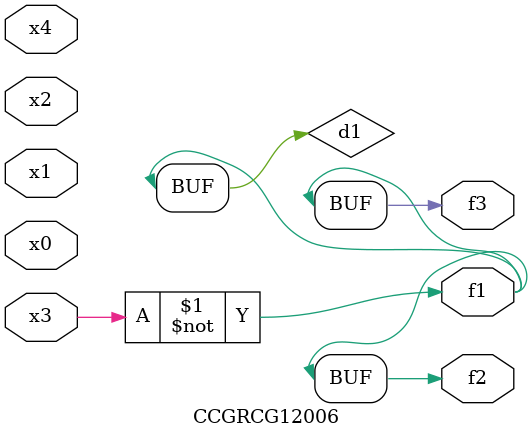
<source format=v>
module CCGRCG12006(
	input x0, x1, x2, x3, x4,
	output f1, f2, f3
);

	wire d1, d2;

	xnor (d1, x3);
	not (d2, x1);
	assign f1 = d1;
	assign f2 = d1;
	assign f3 = d1;
endmodule

</source>
